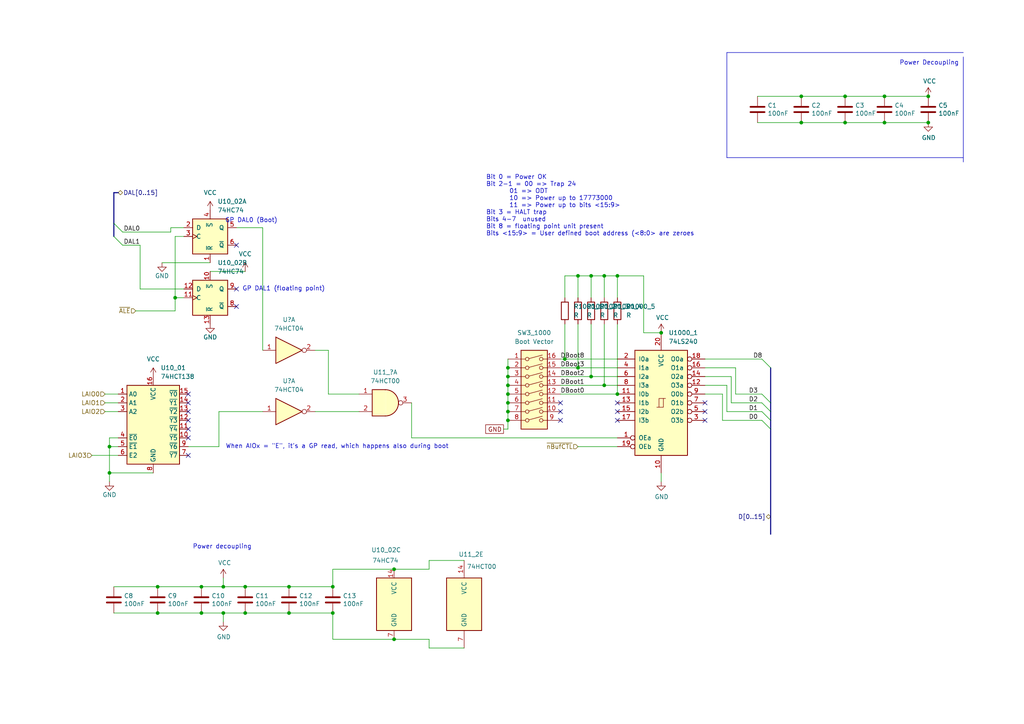
<source format=kicad_sch>
(kicad_sch (version 20250114) (generator "eeschema") (generator_version "9.0")
  (paper "A4")
  (lib_symbols
    (symbol "74xx:7400" (pin_names (offset 1.016))
      (property "Reference" "U" (at 0 1.27 0))
      (property "Value" "7400" (at 0 -1.27 0))
      (symbol "7400_1_1"
        (arc (start 0 3.81) (mid 3.7934 0) (end 0 -3.81) (stroke (width 0.254)) (fill (type background)))
        (polyline (pts (xy 0 3.81) (xy -3.81 3.81) (xy -3.81 -3.81) (xy 0 -3.81)) (stroke (width 0.254)) (fill (type background)))
        (pin input line (at -7.62 2.54 0) (length 3.81) (name "~") (number "1"))
        (pin input line (at -7.62 -2.54 0) (length 3.81) (name "~") (number "2"))
        (pin output inverted (at 7.62 0 180) (length 3.81) (name "~") (number "3"))
      )
      (symbol "7400_1_2"
        (arc (start -3.81 3.81) (mid -2.589 0) (end -3.81 -3.81) (stroke (width 0.254)))
        (polyline (pts (xy -3.81 3.81) (xy -0.635 3.81)) (stroke (width 0.254)) (fill (type background)))
        (polyline (pts (xy -3.81 -3.81) (xy -0.635 -3.81)) (stroke (width 0.254)) (fill (type background)))
        (arc (start 3.81 0) (mid 2.1855 -2.584) (end -0.6096 -3.81) (stroke (width 0.254)) (fill (type background)))
        (arc (start -0.6096 3.81) (mid 2.1928 2.5924) (end 3.81 0) (stroke (width 0.254)) (fill (type background)))
        (polyline (pts (xy -0.635 3.81) (xy -3.81 3.81) (xy -3.81 3.81) (xy -3.556 3.4036) (xy -3.0226 2.2606) (xy -2.6924 1.0414) (xy -2.6162 -0.254) (xy -2.7686 -1.4986) (xy -3.175 -2.7178) (xy -3.81 -3.81) (xy -3.81 -3.81) (xy -0.635 -3.81)) (stroke (width -25.4)) (fill (type background)))
        (pin input inverted (at -7.62 2.54 0) (length 4.318) (name "~") (number "1"))
        (pin input inverted (at -7.62 -2.54 0) (length 4.318) (name "~") (number "2"))
        (pin output line (at 7.62 0 180) (length 3.81) (name "~") (number "3"))
      )
      (symbol "7400_2_1"
        (arc (start 0 3.81) (mid 3.7934 0) (end 0 -3.81) (stroke (width 0.254)) (fill (type background)))
        (polyline (pts (xy 0 3.81) (xy -3.81 3.81) (xy -3.81 -3.81) (xy 0 -3.81)) (stroke (width 0.254)) (fill (type background)))
        (pin input line (at -7.62 2.54 0) (length 3.81) (name "~") (number "4"))
        (pin input line (at -7.62 -2.54 0) (length 3.81) (name "~") (number "5"))
        (pin output inverted (at 7.62 0 180) (length 3.81) (name "~") (number "6"))
      )
      (symbol "7400_2_2"
        (arc (start -3.81 3.81) (mid -2.589 0) (end -3.81 -3.81) (stroke (width 0.254)))
        (polyline (pts (xy -3.81 3.81) (xy -0.635 3.81)) (stroke (width 0.254)) (fill (type background)))
        (polyline (pts (xy -3.81 -3.81) (xy -0.635 -3.81)) (stroke (width 0.254)) (fill (type background)))
        (arc (start 3.81 0) (mid 2.1855 -2.584) (end -0.6096 -3.81) (stroke (width 0.254)) (fill (type background)))
        (arc (start -0.6096 3.81) (mid 2.1928 2.5924) (end 3.81 0) (stroke (width 0.254)) (fill (type background)))
        (polyline (pts (xy -0.635 3.81) (xy -3.81 3.81) (xy -3.81 3.81) (xy -3.556 3.4036) (xy -3.0226 2.2606) (xy -2.6924 1.0414) (xy -2.6162 -0.254) (xy -2.7686 -1.4986) (xy -3.175 -2.7178) (xy -3.81 -3.81) (xy -3.81 -3.81) (xy -0.635 -3.81)) (stroke (width -25.4)) (fill (type background)))
        (pin input inverted (at -7.62 2.54 0) (length 4.318) (name "~") (number "4"))
        (pin input inverted (at -7.62 -2.54 0) (length 4.318) (name "~") (number "5"))
        (pin output line (at 7.62 0 180) (length 3.81) (name "~") (number "6"))
      )
      (symbol "7400_3_1"
        (arc (start 0 3.81) (mid 3.7934 0) (end 0 -3.81) (stroke (width 0.254)) (fill (type background)))
        (polyline (pts (xy 0 3.81) (xy -3.81 3.81) (xy -3.81 -3.81) (xy 0 -3.81)) (stroke (width 0.254)) (fill (type background)))
        (pin input line (at -7.62 2.54 0) (length 3.81) (name "~") (number "9"))
        (pin input line (at -7.62 -2.54 0) (length 3.81) (name "~") (number "10"))
        (pin output inverted (at 7.62 0 180) (length 3.81) (name "~") (number "8"))
      )
      (symbol "7400_3_2"
        (arc (start -3.81 3.81) (mid -2.589 0) (end -3.81 -3.81) (stroke (width 0.254)))
        (polyline (pts (xy -3.81 3.81) (xy -0.635 3.81)) (stroke (width 0.254)) (fill (type background)))
        (polyline (pts (xy -3.81 -3.81) (xy -0.635 -3.81)) (stroke (width 0.254)) (fill (type background)))
        (arc (start 3.81 0) (mid 2.1855 -2.584) (end -0.6096 -3.81) (stroke (width 0.254)) (fill (type background)))
        (arc (start -0.6096 3.81) (mid 2.1928 2.5924) (end 3.81 0) (stroke (width 0.254)) (fill (type background)))
        (polyline (pts (xy -0.635 3.81) (xy -3.81 3.81) (xy -3.81 3.81) (xy -3.556 3.4036) (xy -3.0226 2.2606) (xy -2.6924 1.0414) (xy -2.6162 -0.254) (xy -2.7686 -1.4986) (xy -3.175 -2.7178) (xy -3.81 -3.81) (xy -3.81 -3.81) (xy -0.635 -3.81)) (stroke (width -25.4)) (fill (type background)))
        (pin input inverted (at -7.62 2.54 0) (length 4.318) (name "~") (number "9"))
        (pin input inverted (at -7.62 -2.54 0) (length 4.318) (name "~") (number "10"))
        (pin output line (at 7.62 0 180) (length 3.81) (name "~") (number "8"))
      )
      (symbol "7400_4_1"
        (arc (start 0 3.81) (mid 3.7934 0) (end 0 -3.81) (stroke (width 0.254)) (fill (type background)))
        (polyline (pts (xy 0 3.81) (xy -3.81 3.81) (xy -3.81 -3.81) (xy 0 -3.81)) (stroke (width 0.254)) (fill (type background)))
        (pin input line (at -7.62 2.54 0) (length 3.81) (name "~") (number "12"))
        (pin input line (at -7.62 -2.54 0) (length 3.81) (name "~") (number "13"))
        (pin output inverted (at 7.62 0 180) (length 3.81) (name "~") (number "11"))
      )
      (symbol "7400_4_2"
        (arc (start -3.81 3.81) (mid -2.589 0) (end -3.81 -3.81) (stroke (width 0.254)))
        (polyline (pts (xy -3.81 3.81) (xy -0.635 3.81)) (stroke (width 0.254)) (fill (type background)))
        (polyline (pts (xy -3.81 -3.81) (xy -0.635 -3.81)) (stroke (width 0.254)) (fill (type background)))
        (arc (start 3.81 0) (mid 2.1855 -2.584) (end -0.6096 -3.81) (stroke (width 0.254)) (fill (type background)))
        (arc (start -0.6096 3.81) (mid 2.1928 2.5924) (end 3.81 0) (stroke (width 0.254)) (fill (type background)))
        (polyline (pts (xy -0.635 3.81) (xy -3.81 3.81) (xy -3.81 3.81) (xy -3.556 3.4036) (xy -3.0226 2.2606) (xy -2.6924 1.0414) (xy -2.6162 -0.254) (xy -2.7686 -1.4986) (xy -3.175 -2.7178) (xy -3.81 -3.81) (xy -3.81 -3.81) (xy -0.635 -3.81)) (stroke (width -25.4)) (fill (type background)))
        (pin input inverted (at -7.62 2.54 0) (length 4.318) (name "~") (number "12"))
        (pin input inverted (at -7.62 -2.54 0) (length 4.318) (name "~") (number "13"))
        (pin output line (at 7.62 0 180) (length 3.81) (name "~") (number "11"))
      )
      (symbol "7400_5_0"
        (pin power_in line (at 0 12.7 270) (length 5.08) (name "VCC") (number "14"))
        (pin power_in line (at 0 -12.7 90) (length 5.08) (name "GND") (number "7"))
      )
      (symbol "7400_5_1"
        (rectangle (start -5.08 7.62) (end 5.08 -7.62) (stroke (width 0.254)) (fill (type background)))
      )
    )
    (symbol "74xx:74HC74" (pin_names (offset 1.016))
      (property "Reference" "U" (at -7.62 8.89 0))
      (property "Value" "74HC74" (at -7.62 -8.89 0))
      (symbol "74HC74_1_0"
        (pin input line (at -7.62 2.54 0) (length 2.54) (name "D") (number "2"))
        (pin input clock (at -7.62 0 0) (length 2.54) (name "C") (number "3"))
        (pin input line (at 0 7.62 270) (length 2.54) (name "~{S}") (number "4"))
        (pin input line (at 0 -7.62 90) (length 2.54) (name "~{R}") (number "1"))
        (pin output line (at 7.62 2.54 180) (length 2.54) (name "Q") (number "5"))
        (pin output line (at 7.62 -2.54 180) (length 2.54) (name "~{Q}") (number "6"))
      )
      (symbol "74HC74_1_1"
        (rectangle (start -5.08 5.08) (end 5.08 -5.08) (stroke (width 0.254)) (fill (type background)))
      )
      (symbol "74HC74_2_0"
        (pin input line (at -7.62 2.54 0) (length 2.54) (name "D") (number "12"))
        (pin input clock (at -7.62 0 0) (length 2.54) (name "C") (number "11"))
        (pin input line (at 0 7.62 270) (length 2.54) (name "~{S}") (number "10"))
        (pin input line (at 0 -7.62 90) (length 2.54) (name "~{R}") (number "13"))
        (pin output line (at 7.62 2.54 180) (length 2.54) (name "Q") (number "9"))
        (pin output line (at 7.62 -2.54 180) (length 2.54) (name "~{Q}") (number "8"))
      )
      (symbol "74HC74_2_1"
        (rectangle (start -5.08 5.08) (end 5.08 -5.08) (stroke (width 0.254)) (fill (type background)))
      )
      (symbol "74HC74_3_0"
        (pin power_in line (at 0 10.16 270) (length 2.54) (name "VCC") (number "14"))
        (pin power_in line (at 0 -10.16 90) (length 2.54) (name "GND") (number "7"))
      )
      (symbol "74HC74_3_1"
        (rectangle (start -5.08 7.62) (end 5.08 -7.62) (stroke (width 0.254)) (fill (type background)))
      )
    )
    (symbol "74xx:74HCT04"
      (property "Reference" "U" (at 0 1.27 0))
      (property "Value" "74HCT04" (at 0 -1.27 0))
      (symbol "74HCT04_1_0"
        (polyline (pts (xy -3.81 3.81) (xy -3.81 -3.81) (xy 3.81 0) (xy -3.81 3.81)) (stroke (width 0.254)) (fill (type background)))
        (pin input line (at -7.62 0 0) (length 3.81) (name "~") (number "1"))
        (pin output inverted (at 7.62 0 180) (length 3.81) (name "~") (number "2"))
      )
      (symbol "74HCT04_2_0"
        (polyline (pts (xy -3.81 3.81) (xy -3.81 -3.81) (xy 3.81 0) (xy -3.81 3.81)) (stroke (width 0.254)) (fill (type background)))
        (pin input line (at -7.62 0 0) (length 3.81) (name "~") (number "3"))
        (pin output inverted (at 7.62 0 180) (length 3.81) (name "~") (number "4"))
      )
      (symbol "74HCT04_3_0"
        (polyline (pts (xy -3.81 3.81) (xy -3.81 -3.81) (xy 3.81 0) (xy -3.81 3.81)) (stroke (width 0.254)) (fill (type background)))
        (pin input line (at -7.62 0 0) (length 3.81) (name "~") (number "5"))
        (pin output inverted (at 7.62 0 180) (length 3.81) (name "~") (number "6"))
      )
      (symbol "74HCT04_4_0"
        (polyline (pts (xy -3.81 3.81) (xy -3.81 -3.81) (xy 3.81 0) (xy -3.81 3.81)) (stroke (width 0.254)) (fill (type background)))
        (pin input line (at -7.62 0 0) (length 3.81) (name "~") (number "9"))
        (pin output inverted (at 7.62 0 180) (length 3.81) (name "~") (number "8"))
      )
      (symbol "74HCT04_5_0"
        (polyline (pts (xy -3.81 3.81) (xy -3.81 -3.81) (xy 3.81 0) (xy -3.81 3.81)) (stroke (width 0.254)) (fill (type background)))
        (pin input line (at -7.62 0 0) (length 3.81) (name "~") (number "11"))
        (pin output inverted (at 7.62 0 180) (length 3.81) (name "~") (number "10"))
      )
      (symbol "74HCT04_6_0"
        (polyline (pts (xy -3.81 3.81) (xy -3.81 -3.81) (xy 3.81 0) (xy -3.81 3.81)) (stroke (width 0.254)) (fill (type background)))
        (pin input line (at -7.62 0 0) (length 3.81) (name "~") (number "13"))
        (pin output inverted (at 7.62 0 180) (length 3.81) (name "~") (number "12"))
      )
      (symbol "74HCT04_7_0"
        (pin power_in line (at 0 12.7 270) (length 5.08) (name "VCC") (number "14"))
        (pin power_in line (at 0 -12.7 90) (length 5.08) (name "GND") (number "7"))
      )
      (symbol "74HCT04_7_1"
        (rectangle (start -5.08 7.62) (end 5.08 -7.62) (stroke (width 0.254)) (fill (type background)))
      )
    )
    (symbol "74xx:74HCT138"
      (property "Reference" "U" (at -7.62 13.97 0))
      (property "Value" "74HCT138" (at 2.54 -11.43 0))
      (symbol "74HCT138_0_1"
        (rectangle (start -7.62 12.7) (end 7.62 -10.16) (stroke (width 0.254)) (fill (type background)))
      )
      (symbol "74HCT138_1_1"
        (pin input line (at -10.16 10.16 0) (length 2.54) (name "A0") (number "1"))
        (pin input line (at -10.16 7.62 0) (length 2.54) (name "A1") (number "2"))
        (pin input line (at -10.16 5.08 0) (length 2.54) (name "A2") (number "3"))
        (pin input line (at -10.16 -2.54 0) (length 2.54) (name "~{E0}") (number "4"))
        (pin input line (at -10.16 -5.08 0) (length 2.54) (name "~{E1}") (number "5"))
        (pin input line (at -10.16 -7.62 0) (length 2.54) (name "E2") (number "6"))
        (pin power_in line (at 0 15.24 270) (length 2.54) (name "VCC") (number "16"))
        (pin power_in line (at 0 -12.7 90) (length 2.54) (name "GND") (number "8"))
        (pin output line (at 10.16 10.16 180) (length 2.54) (name "~{Y0}") (number "15"))
        (pin output line (at 10.16 7.62 180) (length 2.54) (name "~{Y1}") (number "14"))
        (pin output line (at 10.16 5.08 180) (length 2.54) (name "~{Y2}") (number "13"))
        (pin output line (at 10.16 2.54 180) (length 2.54) (name "~{Y3}") (number "12"))
        (pin output line (at 10.16 0 180) (length 2.54) (name "~{Y4}") (number "11"))
        (pin output line (at 10.16 -2.54 180) (length 2.54) (name "~{Y5}") (number "10"))
        (pin output line (at 10.16 -5.08 180) (length 2.54) (name "~{Y6}") (number "9"))
        (pin output line (at 10.16 -7.62 180) (length 2.54) (name "~{Y7}") (number "7"))
      )
    )
    (symbol "74xx:74LS240" (pin_names (offset 1.016))
      (property "Reference" "U" (at -7.62 16.51 0))
      (property "Value" "74LS240" (at -7.62 -16.51 0))
      (symbol "74LS240_1_0"
        (polyline (pts (xy -1.27 -1.27) (xy 0.635 -1.27) (xy 0.635 1.27) (xy 1.27 1.27)))
        (polyline (pts (xy -0.635 -1.27) (xy -0.635 1.27) (xy 0.635 1.27)))
        (pin input line (at -12.7 12.7 0) (length 5.08) (name "I0a") (number "2"))
        (pin input line (at -12.7 10.16 0) (length 5.08) (name "I1a") (number "4"))
        (pin input line (at -12.7 7.62 0) (length 5.08) (name "I2a") (number "6"))
        (pin input line (at -12.7 5.08 0) (length 5.08) (name "I3a") (number "8"))
        (pin input line (at -12.7 2.54 0) (length 5.08) (name "I0b") (number "11"))
        (pin input line (at -12.7 0 0) (length 5.08) (name "I1b") (number "13"))
        (pin input line (at -12.7 -2.54 0) (length 5.08) (name "I2b") (number "15"))
        (pin input line (at -12.7 -5.08 0) (length 5.08) (name "I3b") (number "17"))
        (pin input inverted (at -12.7 -10.16 0) (length 5.08) (name "OEa") (number "1"))
        (pin input inverted (at -12.7 -12.7 0) (length 5.08) (name "OEb") (number "19"))
        (pin power_in line (at 0 20.32 270) (length 5.08) (name "VCC") (number "20"))
        (pin power_in line (at 0 -20.32 90) (length 5.08) (name "GND") (number "10"))
        (pin tri_state inverted (at 12.7 12.7 180) (length 5.08) (name "O0a") (number "18"))
        (pin tri_state inverted (at 12.7 10.16 180) (length 5.08) (name "O1a") (number "16"))
        (pin tri_state inverted (at 12.7 7.62 180) (length 5.08) (name "O2a") (number "14"))
        (pin tri_state inverted (at 12.7 5.08 180) (length 5.08) (name "O3a") (number "12"))
        (pin tri_state inverted (at 12.7 2.54 180) (length 5.08) (name "O0b") (number "9"))
        (pin tri_state inverted (at 12.7 0 180) (length 5.08) (name "O1b") (number "7"))
        (pin tri_state inverted (at 12.7 -2.54 180) (length 5.08) (name "O2b") (number "5"))
        (pin tri_state inverted (at 12.7 -5.08 180) (length 5.08) (name "O3b") (number "3"))
      )
      (symbol "74LS240_1_1"
        (rectangle (start -7.62 15.24) (end 7.62 -15.24) (stroke (width 0.254)) (fill (type background)))
      )
    )
    (symbol "Device:C" (pin_numbers (hide yes)) (pin_names (offset 0.254))
      (property "Reference" "C" (at 0.635 2.54 0))
      (property "Value" "C" (at 0.635 -2.54 0))
      (symbol "C_0_1"
        (polyline (pts (xy -2.032 0.762) (xy 2.032 0.762)) (stroke (width 0.508)))
        (polyline (pts (xy -2.032 -0.762) (xy 2.032 -0.762)) (stroke (width 0.508)))
      )
      (symbol "C_1_1"
        (pin passive line (at 0 3.81 270) (length 2.794) (name "~") (number "1"))
        (pin passive line (at 0 -3.81 90) (length 2.794) (name "~") (number "2"))
      )
    )
    (symbol "Device:R" (pin_numbers (hide yes)) (pin_names (offset 0))
      (property "Reference" "R" (at 2.032 0 90))
      (property "Value" "R" (at 0 0 90))
      (symbol "R_0_1"
        (rectangle (start -1.016 -2.54) (end 1.016 2.54) (stroke (width 0.254)))
      )
      (symbol "R_1_1"
        (pin passive line (at 0 3.81 270) (length 1.27) (name "~") (number "1"))
        (pin passive line (at 0 -3.81 90) (length 1.27) (name "~") (number "2"))
      )
    )
    (symbol "Switch:SW_DIP_x08" (pin_names (offset 0) (hide yes))
      (property "Reference" "SW" (at 0 13.97 0))
      (property "Value" "SW_DIP_x08" (at 0 -11.43 0))
      (symbol "SW_DIP_x08_0_0"
        (circle (center -2.032 10.16) (radius 0.508))
        (circle (center -2.032 7.62) (radius 0.508))
        (circle (center -2.032 5.08) (radius 0.508))
        (circle (center -2.032 2.54) (radius 0.508))
        (circle (center -2.032 0) (radius 0.508))
        (circle (center -2.032 -2.54) (radius 0.508))
        (circle (center -2.032 -5.08) (radius 0.508))
        (circle (center -2.032 -7.62) (radius 0.508))
        (polyline (pts (xy -1.524 10.287) (xy 2.3622 11.3284)))
        (polyline (pts (xy -1.524 7.747) (xy 2.3622 8.7884)))
        (polyline (pts (xy -1.524 5.207) (xy 2.3622 6.2484)))
        (polyline (pts (xy -1.524 2.667) (xy 2.3622 3.7084)))
        (polyline (pts (xy -1.524 0.127) (xy 2.3622 1.1684)))
        (polyline (pts (xy -1.524 -2.3876) (xy 2.3622 -1.3462)))
        (polyline (pts (xy -1.524 -4.9276) (xy 2.3622 -3.8862)))
        (polyline (pts (xy -1.524 -7.4676) (xy 2.3622 -6.4262)))
        (circle (center 2.032 10.16) (radius 0.508))
        (circle (center 2.032 7.62) (radius 0.508))
        (circle (center 2.032 5.08) (radius 0.508))
        (circle (center 2.032 2.54) (radius 0.508))
        (circle (center 2.032 0) (radius 0.508))
        (circle (center 2.032 -2.54) (radius 0.508))
        (circle (center 2.032 -5.08) (radius 0.508))
        (circle (center 2.032 -7.62) (radius 0.508))
      )
      (symbol "SW_DIP_x08_0_1"
        (rectangle (start -3.81 12.7) (end 3.81 -10.16) (stroke (width 0.254)) (fill (type background)))
      )
      (symbol "SW_DIP_x08_1_1"
        (pin passive line (at -7.62 10.16 0) (length 5.08) (name "~") (number "1"))
        (pin passive line (at -7.62 7.62 0) (length 5.08) (name "~") (number "2"))
        (pin passive line (at -7.62 5.08 0) (length 5.08) (name "~") (number "3"))
        (pin passive line (at -7.62 2.54 0) (length 5.08) (name "~") (number "4"))
        (pin passive line (at -7.62 0 0) (length 5.08) (name "~") (number "5"))
        (pin passive line (at -7.62 -2.54 0) (length 5.08) (name "~") (number "6"))
        (pin passive line (at -7.62 -5.08 0) (length 5.08) (name "~") (number "7"))
        (pin passive line (at -7.62 -7.62 0) (length 5.08) (name "~") (number "8"))
        (pin passive line (at 7.62 10.16 180) (length 5.08) (name "~") (number "16"))
        (pin passive line (at 7.62 7.62 180) (length 5.08) (name "~") (number "15"))
        (pin passive line (at 7.62 5.08 180) (length 5.08) (name "~") (number "14"))
        (pin passive line (at 7.62 2.54 180) (length 5.08) (name "~") (number "13"))
        (pin passive line (at 7.62 0 180) (length 5.08) (name "~") (number "12"))
        (pin passive line (at 7.62 -2.54 180) (length 5.08) (name "~") (number "11"))
        (pin passive line (at 7.62 -5.08 180) (length 5.08) (name "~") (number "10"))
        (pin passive line (at 7.62 -7.62 180) (length 5.08) (name "~") (number "9"))
      )
    )
    (symbol "power:GND" (power) (pin_names (offset 0))
      (property "Value" "GND" (at 0 -3.81 0))
      (symbol "GND_0_1"
        (polyline (pts (xy 0 0) (xy 0 -1.27) (xy 1.27 -1.27) (xy 0 -2.54) (xy -1.27 -1.27) (xy 0 -1.27)))
      )
      (symbol "GND_1_1"
        (pin power_in line (at 0 0 270) (length 0) (hide yes) (name "GND") (number "1"))
      )
    )
    (symbol "power:VCC" (power) (pin_numbers (hide yes)) (pin_names (offset 0) (hide yes))
      (property "Value" "VCC" (at 0 3.556 0))
      (symbol "VCC_0_1"
        (polyline (pts (xy -0.762 1.27) (xy 0 2.54)))
        (polyline (pts (xy 0 2.54) (xy 0.762 1.27)))
        (polyline (pts (xy 0 0) (xy 0 2.54)))
      )
      (symbol "VCC_1_1"
        (pin power_in line (at 0 0 90) (length 0) (name "~") (number "1"))
      )
    )
  )
  (text "When AIOx = \"E\", it's a GP read, which happens also during boot" (at 97.79 129.54 0) (effects (font (size 1.27 1.27))))
  (text "GP DAL1 (floating point)\n" (at 82.296 83.82 0) (effects (font (size 1.27 1.27))))
  (text "Power Decoupling" (at 278.13 19.05 0) (effects (font (size 1.27 1.27)) (justify right bottom)))
  (text "GP DAL0 (Boot)" (at 72.898 64.008 0) (effects (font (size 1.27 1.27))))
  (text "Power decoupling" (at 55.88 159.385 0) (effects (font (size 1.27 1.27)) (justify left bottom)))
  (text "Bit 0 = Power OK\nBit 2-1 = 00 => Trap 24\n	  01 => ODT\n	  10 => Power up to 17773000\n	  11 => Power up to bits <15:9>\nBit 3 = HALT trap\nBits 4-7  unused\nBit 8 = floating point unit present\nBits <15:9> = User defined boot address (<8:0> are zeroes" (at 140.97 68.58 0) (effects (font (size 1.27 1.27)) (justify left bottom)))
  (junction (at 179.07 114.3))
  (junction (at 171.45 109.22))
  (junction (at 171.45 80.01))
  (junction (at 71.12 177.8))
  (junction (at 147.32 114.3))
  (junction (at 232.41 27.94))
  (junction (at 114.3 185.42))
  (junction (at 96.52 177.8))
  (junction (at 83.82 177.8))
  (junction (at 114.3 165.1))
  (junction (at 45.72 177.8))
  (junction (at 167.64 80.01))
  (junction (at 175.26 80.01))
  (junction (at 64.77 177.8))
  (junction (at 64.77 170.18))
  (junction (at 147.32 119.38))
  (junction (at 245.11 27.94))
  (junction (at 31.75 137.16))
  (junction (at 167.64 106.68))
  (junction (at 147.32 109.22))
  (junction (at 269.24 35.56))
  (junction (at 147.32 121.92))
  (junction (at 147.32 116.84))
  (junction (at 191.77 96.52))
  (junction (at 71.12 170.18))
  (junction (at 96.52 170.18))
  (junction (at 147.32 106.68))
  (junction (at 256.54 35.56))
  (junction (at 232.41 35.56))
  (junction (at 147.32 111.76))
  (junction (at 31.75 129.54))
  (junction (at 58.42 170.18))
  (junction (at 163.83 104.14))
  (junction (at 256.54 27.94))
  (junction (at 45.72 170.18))
  (junction (at 245.11 35.56))
  (junction (at 269.24 27.94))
  (junction (at 58.42 177.8))
  (junction (at 175.26 111.76))
  (junction (at 50.8 86.36))
  (junction (at 83.82 170.18))
  (junction (at 179.07 80.01))
  (no_connect (at 179.07 119.38))
  (no_connect (at 54.61 132.08))
  (no_connect (at 54.61 127))
  (no_connect (at 179.07 121.92))
  (no_connect (at 179.07 116.84))
  (no_connect (at 162.56 116.84))
  (no_connect (at 68.58 88.9))
  (no_connect (at 204.47 121.92))
  (no_connect (at 54.61 124.46))
  (no_connect (at 54.61 119.38))
  (no_connect (at 162.56 119.38))
  (no_connect (at 68.58 71.12))
  (no_connect (at 54.61 114.3))
  (no_connect (at 162.56 121.92))
  (no_connect (at 204.47 116.84))
  (no_connect (at 68.58 83.82))
  (no_connect (at 54.61 121.92))
  (no_connect (at 204.47 119.38))
  (no_connect (at 54.61 116.84))
  (bus_entry (at 220.98 121.92) (size 2.54 2.54))
  (bus_entry (at 33.02 64.77) (size 2.54 2.54))
  (bus_entry (at 223.52 121.92) (size -2.54 -2.54))
  (bus_entry (at 223.52 119.38) (size -2.54 -2.54))
  (bus_entry (at 223.52 106.68) (size -2.54 -2.54))
  (bus_entry (at 223.52 116.84) (size -2.54 -2.54))
  (bus_entry (at 35.56 71.12) (size -2.54 -2.54))
  (wire (pts (xy 49.53 66.04) (xy 53.34 66.04)))
  (wire (pts (xy 83.82 170.18) (xy 96.52 170.18)))
  (bus (pts (xy 33.02 64.77) (xy 33.02 55.88)))
  (polyline (pts (xy 210.82 45.72) (xy 279.4 45.72)))
  (wire (pts (xy 119.38 127) (xy 119.38 116.84)))
  (wire (pts (xy 63.5 129.54) (xy 54.61 129.54)))
  (wire (pts (xy 147.32 109.22) (xy 147.32 111.76)))
  (wire (pts (xy 31.75 137.16) (xy 44.45 137.16)))
  (wire (pts (xy 147.32 119.38) (xy 147.32 121.92)))
  (wire (pts (xy 171.45 109.22) (xy 179.07 109.22)))
  (wire (pts (xy 71.12 177.8) (xy 64.77 177.8)))
  (bus (pts (xy 223.52 106.68) (xy 223.52 116.84)))
  (wire (pts (xy 213.36 114.3) (xy 220.98 114.3)))
  (wire (pts (xy 31.75 127) (xy 31.75 129.54)))
  (wire (pts (xy 114.3 165.1) (xy 124.46 165.1)))
  (wire (pts (xy 167.64 93.98) (xy 167.64 106.68)))
  (wire (pts (xy 91.44 119.38) (xy 104.14 119.38)))
  (wire (pts (xy 256.54 35.56) (xy 269.24 35.56)))
  (wire (pts (xy 245.11 27.94) (xy 232.41 27.94)))
  (bus (pts (xy 33.02 68.58) (xy 33.02 64.77)))
  (wire (pts (xy 213.36 106.68) (xy 213.36 114.3)))
  (wire (pts (xy 33.02 170.18) (xy 45.72 170.18)))
  (wire (pts (xy 162.56 109.22) (xy 171.45 109.22)))
  (wire (pts (xy 53.34 68.58) (xy 50.8 68.58)))
  (polyline (pts (xy 210.82 15.24) (xy 210.82 45.72)))
  (wire (pts (xy 147.32 114.3) (xy 147.32 116.84)))
  (wire (pts (xy 245.11 35.56) (xy 256.54 35.56)))
  (wire (pts (xy 83.82 177.8) (xy 71.12 177.8)))
  (wire (pts (xy 191.77 96.52) (xy 186.69 96.52)))
  (wire (pts (xy 31.75 137.16) (xy 31.75 139.7)))
  (wire (pts (xy 204.47 111.76) (xy 210.82 111.76)))
  (wire (pts (xy 124.46 185.42) (xy 124.46 187.96)))
  (wire (pts (xy 175.26 86.36) (xy 175.26 80.01)))
  (wire (pts (xy 171.45 80.01) (xy 171.45 86.36)))
  (polyline (pts (xy 279.4 16.51) (xy 279.4 46.99)))
  (wire (pts (xy 63.5 119.38) (xy 76.2 119.38)))
  (wire (pts (xy 114.3 165.1) (xy 96.52 165.1)))
  (wire (pts (xy 167.64 106.68) (xy 179.07 106.68)))
  (wire (pts (xy 204.47 114.3) (xy 209.55 114.3)))
  (bus (pts (xy 34.29 55.88) (xy 33.02 55.88)))
  (wire (pts (xy 219.71 35.56) (xy 232.41 35.56)))
  (wire (pts (xy 26.67 132.08) (xy 34.29 132.08)))
  (wire (pts (xy 124.46 187.96) (xy 134.62 187.96)))
  (wire (pts (xy 71.12 170.18) (xy 83.82 170.18)))
  (wire (pts (xy 147.32 106.68) (xy 147.32 109.22)))
  (wire (pts (xy 232.41 35.56) (xy 245.11 35.56)))
  (wire (pts (xy 96.52 165.1) (xy 96.52 170.18)))
  (wire (pts (xy 171.45 80.01) (xy 167.64 80.01)))
  (wire (pts (xy 91.44 101.6) (xy 95.25 101.6)))
  (wire (pts (xy 35.56 67.31) (xy 49.53 67.31)))
  (wire (pts (xy 162.56 114.3) (xy 179.07 114.3)))
  (wire (pts (xy 162.56 106.68) (xy 167.64 106.68)))
  (wire (pts (xy 124.46 162.56) (xy 134.62 162.56)))
  (wire (pts (xy 179.07 80.01) (xy 179.07 86.36)))
  (wire (pts (xy 39.37 90.17) (xy 50.8 90.17)))
  (wire (pts (xy 163.83 93.98) (xy 163.83 104.14)))
  (wire (pts (xy 50.8 86.36) (xy 53.34 86.36)))
  (wire (pts (xy 163.83 80.01) (xy 163.83 86.36)))
  (wire (pts (xy 96.52 185.42) (xy 96.52 177.8)))
  (wire (pts (xy 186.69 96.52) (xy 186.69 80.01)))
  (wire (pts (xy 167.64 80.01) (xy 163.83 80.01)))
  (bus (pts (xy 223.52 121.92) (xy 223.52 124.46)))
  (wire (pts (xy 31.75 129.54) (xy 34.29 129.54)))
  (wire (pts (xy 114.3 185.42) (xy 124.46 185.42)))
  (wire (pts (xy 31.75 129.54) (xy 31.75 137.16)))
  (wire (pts (xy 147.32 124.46) (xy 147.32 121.92)))
  (wire (pts (xy 175.26 93.98) (xy 175.26 111.76)))
  (wire (pts (xy 204.47 109.22) (xy 212.09 109.22)))
  (wire (pts (xy 45.72 170.18) (xy 58.42 170.18)))
  (wire (pts (xy 64.77 167.64) (xy 64.77 170.18)))
  (wire (pts (xy 167.64 80.01) (xy 167.64 86.36)))
  (wire (pts (xy 50.8 68.58) (xy 50.8 86.36)))
  (wire (pts (xy 212.09 109.22) (xy 212.09 116.84)))
  (wire (pts (xy 163.83 104.14) (xy 179.07 104.14)))
  (wire (pts (xy 179.07 93.98) (xy 179.07 114.3)))
  (wire (pts (xy 179.07 129.54) (xy 167.64 129.54)))
  (wire (pts (xy 64.77 180.34) (xy 64.77 177.8)))
  (wire (pts (xy 40.64 83.82) (xy 53.34 83.82)))
  (wire (pts (xy 58.42 170.18) (xy 64.77 170.18)))
  (wire (pts (xy 256.54 27.94) (xy 245.11 27.94)))
  (wire (pts (xy 68.58 66.04) (xy 76.2 66.04)))
  (wire (pts (xy 124.46 165.1) (xy 124.46 162.56)))
  (wire (pts (xy 95.25 114.3) (xy 104.14 114.3)))
  (wire (pts (xy 96.52 177.8) (xy 83.82 177.8)))
  (wire (pts (xy 147.32 104.14) (xy 147.32 106.68)))
  (wire (pts (xy 269.24 27.94) (xy 256.54 27.94)))
  (wire (pts (xy 50.8 90.17) (xy 50.8 86.36)))
  (wire (pts (xy 209.55 121.92) (xy 220.98 121.92)))
  (wire (pts (xy 60.96 78.74) (xy 71.12 78.74)))
  (wire (pts (xy 35.56 71.12) (xy 40.64 71.12)))
  (wire (pts (xy 171.45 80.01) (xy 175.26 80.01)))
  (wire (pts (xy 64.77 177.8) (xy 58.42 177.8)))
  (wire (pts (xy 232.41 27.94) (xy 219.71 27.94)))
  (wire (pts (xy 58.42 177.8) (xy 45.72 177.8)))
  (wire (pts (xy 204.47 104.14) (xy 220.98 104.14)))
  (wire (pts (xy 30.48 116.84) (xy 34.29 116.84)))
  (wire (pts (xy 147.32 111.76) (xy 147.32 114.3)))
  (wire (pts (xy 40.64 71.12) (xy 40.64 83.82)))
  (wire (pts (xy 46.99 76.2) (xy 60.96 76.2)))
  (wire (pts (xy 30.48 119.38) (xy 34.29 119.38)))
  (wire (pts (xy 95.25 101.6) (xy 95.25 114.3)))
  (wire (pts (xy 49.53 67.31) (xy 49.53 66.04)))
  (wire (pts (xy 147.32 124.46) (xy 146.05 124.46)))
  (wire (pts (xy 191.77 139.7) (xy 191.77 137.16)))
  (bus (pts (xy 223.52 121.92) (xy 223.52 119.38)))
  (wire (pts (xy 31.75 127) (xy 34.29 127)))
  (bus (pts (xy 223.52 119.38) (xy 223.52 116.84)))
  (wire (pts (xy 45.72 177.8) (xy 33.02 177.8)))
  (bus (pts (xy 223.52 124.46) (xy 223.52 154.94)))
  (wire (pts (xy 210.82 111.76) (xy 210.82 119.38)))
  (polyline (pts (xy 279.4 15.24) (xy 210.82 15.24)))
  (wire (pts (xy 171.45 93.98) (xy 171.45 109.22)))
  (wire (pts (xy 63.5 119.38) (xy 63.5 129.54)))
  (wire (pts (xy 179.07 80.01) (xy 186.69 80.01)))
  (wire (pts (xy 210.82 119.38) (xy 220.98 119.38)))
  (wire (pts (xy 179.07 127) (xy 119.38 127)))
  (wire (pts (xy 147.32 116.84) (xy 147.32 119.38)))
  (wire (pts (xy 162.56 111.76) (xy 175.26 111.76)))
  (wire (pts (xy 114.3 185.42) (xy 96.52 185.42)))
  (wire (pts (xy 212.09 116.84) (xy 220.98 116.84)))
  (wire (pts (xy 30.48 114.3) (xy 34.29 114.3)))
  (wire (pts (xy 204.47 106.68) (xy 213.36 106.68)))
  (wire (pts (xy 209.55 114.3) (xy 209.55 121.92)))
  (wire (pts (xy 175.26 111.76) (xy 179.07 111.76)))
  (wire (pts (xy 64.77 170.18) (xy 71.12 170.18)))
  (wire (pts (xy 175.26 80.01) (xy 179.07 80.01)))
  (wire (pts (xy 162.56 104.14) (xy 163.83 104.14)))
  (wire (pts (xy 76.2 66.04) (xy 76.2 101.6)))
  (label "D8" (at 218.44 104.14 0))
  (label "DBoot1" (at 162.56 111.76 0))
  (label "DAL0" (at 40.64 67.31 180))
  (label "DBoot0" (at 162.56 114.3 0))
  (label "D1" (at 217.17 119.38 0))
  (label "D0" (at 217.17 121.92 0))
  (label "DBoot3" (at 162.56 106.68 0))
  (label "DBoot8" (at 162.56 104.14 0))
  (label "D2" (at 217.17 116.84 0))
  (label "DAL1" (at 40.64 71.12 180))
  (label "DBoot2" (at 162.56 109.22 0))
  (label "D3" (at 217.17 114.3 0))
  (global_label "GND" (shape passive) (at 146.05 124.46 180) (property "Intersheetrefs" "${INTERSHEET_REFS}" (effects (hide yes))))
  (hierarchical_label "~{ALE}" (shape input) (at 39.37 90.17 180))
  (hierarchical_label "LAIO3" (shape input) (at 26.67 132.08 180))
  (hierarchical_label "LAIO0" (shape input) (at 30.48 114.3 180))
  (hierarchical_label "LAIO2" (shape input) (at 30.48 119.38 180))
  (hierarchical_label "D[0..15]" (shape bidirectional) (at 223.52 149.86 180))
  (hierarchical_label "DAL[0..15]" (shape bidirectional) (at 34.29 55.88 0))
  (hierarchical_label "~{nBufCTL}" (shape input) (at 167.64 129.54 180))
  (hierarchical_label "LAIO1" (shape input) (at 30.48 116.84 180))
  (symbol (lib_id "power:VCC") (at 64.77 167.64 0) (unit 1)
    (property "Reference" "#PWR010" (effects (hide yes)))
    (property "Value" "VCC" (at 65.151 163.2458 0))
  )
  (symbol (lib_id "power:VCC") (at 269.24 27.94 0) (unit 1)
    (property "Reference" "#PWR02" (effects (hide yes)))
    (property "Value" "VCC" (at 269.621 23.5458 0))
  )
  (symbol (lib_id "power:VCC") (at 71.12 78.74 0) (unit 1)
    (property "Reference" "#PWR05" (effects (hide yes)))
    (property "Value" "VCC" (at 71.12 73.66 0))
    (property "Description" "Power symbol creates a global label with name \"VCC\"" (effects (hide yes)))
  )
  (symbol (lib_id "74xx:74HC74") (at 60.96 86.36 0) (unit 2)
    (property "Reference" "U10_02" (at 63.1033 76.2 0) (effects (justify left)))
    (property "Value" "74HC74" (at 63.1033 78.74 0) (effects (justify left)))
    (property "Datasheet" "74xx/74hc_hct74.pdf" (effects (hide yes)))
    (property "Description" "Dual D Flip-flop, Set & Reset" (effects (hide yes)))
  )
  (symbol (lib_id "Device:C") (at 83.82 173.99 0) (unit 1)
    (property "Reference" "C12" (at 86.741 172.8216 0) (effects (justify left)))
    (property "Value" "100nF" (at 86.741 175.133 0) (effects (justify left)))
    (property "Footprint" "Capacitor_THT:C_Rect_L4.0mm_W2.5mm_P2.50mm" (effects (hide yes)))
  )
  (symbol (lib_id "Device:C") (at 45.72 173.99 0) (unit 1)
    (property "Reference" "C9" (at 48.641 172.8216 0) (effects (justify left)))
    (property "Value" "100nF" (at 48.641 175.133 0) (effects (justify left)))
    (property "Footprint" "Capacitor_THT:C_Rect_L4.0mm_W2.5mm_P2.50mm" (effects (hide yes)))
  )
  (symbol (lib_id "74xx:7400") (at 111.76 116.84 0) (unit 1)
    (property "Reference" "U11_?" (at 111.7517 107.95 0))
    (property "Value" "74HCT00" (at 111.7517 110.49 0))
    (property "Datasheet" "http://www.ti.com/lit/gpn/sn7400" (effects (hide yes)))
  )
  (symbol (lib_id "74xx:74LS240") (at 191.77 116.84 0) (unit 1)
    (property "Reference" "U1000_1" (at 193.9133 96.52 0) (effects (justify left)))
    (property "Value" "74LS240" (at 193.9133 99.06 0) (effects (justify left)))
    (property "Footprint" "Package_SO:SOIC-20W_7.5x12.8mm_P1.27mm" (effects (hide yes)))
    (property "Datasheet" "http://www.ti.com/lit/ds/symlink/sn74ls240.pdf" (effects (hide yes)))
  )
  (symbol (lib_id "Device:C") (at 58.42 173.99 0) (unit 1)
    (property "Reference" "C10" (at 61.341 172.8216 0) (effects (justify left)))
    (property "Value" "100nF" (at 61.341 175.133 0) (effects (justify left)))
    (property "Footprint" "Capacitor_THT:C_Rect_L4.0mm_W2.5mm_P2.50mm" (effects (hide yes)))
  )
  (symbol (lib_id "74xx:74HCT138") (at 44.45 124.46 0) (unit 1)
    (property "Reference" "U10_01" (at 46.5933 106.68 0) (effects (justify left)))
    (property "Value" "74HCT138" (at 46.5933 109.22 0) (effects (justify left)))
    (property "Datasheet" "http://www.ti.com/lit/ds/symlink/cd74hc238.pdf" (effects (hide yes)))
    (property "Description" "3-to-8 line decoder/multiplexer inverting, DIP-16/SOIC-16/SSOP-16" (effects (hide yes)))
  )
  (symbol (lib_id "power:VCC") (at 60.96 60.96 0) (unit 1)
    (property "Reference" "#PWR04" (effects (hide yes)))
    (property "Value" "VCC" (at 60.96 55.88 0))
    (property "Description" "Power symbol creates a global label with name \"VCC\"" (effects (hide yes)))
  )
  (symbol (lib_id "Device:R") (at 179.07 90.17 0) (unit 1)
    (property "Reference" "R1000_5" (at 181.61 88.9 0) (effects (justify left)))
    (property "Value" "R" (at 181.61 91.44 0) (effects (justify left)))
  )
  (symbol (lib_id "power:GND") (at 64.77 180.34 0) (unit 1)
    (property "Reference" "#PWR011" (effects (hide yes)))
    (property "Value" "GND" (at 64.897 184.7342 0))
  )
  (symbol (lib_id "power:GND") (at 31.75 139.7 0) (unit 1)
    (property "Reference" "#PWR?" (effects (hide yes)))
    (property "Value" "GND" (at 31.75 143.51 0))
    (property "Description" "Power symbol creates a global label with name \"GND\" , ground" (effects (hide yes)))
  )
  (symbol (lib_id "Device:C") (at 232.41 31.75 0) (unit 1)
    (property "Reference" "C2" (at 235.331 30.5816 0) (effects (justify left)))
    (property "Value" "100nF" (at 235.331 32.893 0) (effects (justify left)))
    (property "Footprint" "Capacitor_THT:C_Rect_L4.0mm_W2.5mm_P2.50mm" (effects (hide yes)))
  )
  (symbol (lib_id "Device:C") (at 245.11 31.75 0) (unit 1)
    (property "Reference" "C3" (at 248.031 30.5816 0) (effects (justify left)))
    (property "Value" "100nF" (at 248.031 32.893 0) (effects (justify left)))
    (property "Footprint" "Capacitor_THT:C_Rect_L4.0mm_W2.5mm_P2.50mm" (effects (hide yes)))
  )
  (symbol (lib_id "power:GND") (at 60.96 93.98 0) (unit 1)
    (property "Reference" "#PWR06" (effects (hide yes)))
    (property "Value" "GND" (at 60.96 97.79 0))
    (property "Description" "Power symbol creates a global label with name \"GND\" , ground" (effects (hide yes)))
  )
  (symbol (lib_id "power:VCC") (at 44.45 109.22 0) (unit 1)
    (property "Reference" "#PWR?" (effects (hide yes)))
    (property "Value" "VCC" (at 44.45 104.14 0))
    (property "Description" "Power symbol creates a global label with name \"VCC\"" (effects (hide yes)))
  )
  (symbol (lib_id "74xx:7400") (at 134.62 175.26 0) (unit 5)
    (property "Reference" "U11_2" (at 136.652 160.782 0))
    (property "Value" "74HCT00" (at 139.7 164.338 0))
    (property "Datasheet" "http://www.ti.com/lit/gpn/sn7400" (effects (hide yes)))
  )
  (symbol (lib_id "power:GND") (at 191.77 139.7 0) (unit 1)
    (property "Reference" "#PWR01" (effects (hide yes)))
    (property "Value" "GND" (at 191.897 144.0942 0))
  )
  (symbol (lib_id "Device:C") (at 256.54 31.75 0) (unit 1)
    (property "Reference" "C4" (at 259.461 30.5816 0) (effects (justify left)))
    (property "Value" "100nF" (at 259.461 32.893 0) (effects (justify left)))
    (property "Footprint" "Capacitor_THT:C_Rect_L4.0mm_W2.5mm_P2.50mm" (effects (hide yes)))
  )
  (symbol (lib_id "Device:C") (at 96.52 173.99 0) (unit 1)
    (property "Reference" "C13" (at 99.441 172.8216 0) (effects (justify left)))
    (property "Value" "100nF" (at 99.441 175.133 0) (effects (justify left)))
    (property "Footprint" "Capacitor_THT:C_Rect_L4.0mm_W2.5mm_P2.50mm" (effects (hide yes)))
  )
  (symbol (lib_id "power:GND") (at 46.99 76.2 0) (unit 1)
    (property "Reference" "#PWR07" (effects (hide yes)))
    (property "Value" "GND" (at 46.99 80.01 0))
    (property "Description" "Power symbol creates a global label with name \"GND\" , ground" (effects (hide yes)))
  )
  (symbol (lib_id "Device:R") (at 163.83 90.17 0) (unit 1)
    (property "Reference" "R1000_1" (at 166.37 88.9 0) (effects (justify left)))
    (property "Value" "R" (at 166.37 91.44 0) (effects (justify left)))
  )
  (symbol (lib_id "74xx:74HCT04") (at 83.82 119.38 0) (unit 1)
    (property "Reference" "U?" (at 83.82 110.49 0))
    (property "Value" "74HCT04" (at 83.82 113.03 0))
    (property "Datasheet" "https://assets.nexperia.com/documents/data-sheet/74HC_HCT04.pdf" (effects (hide yes)))
    (property "Description" "Hex Inverter" (effects (hide yes)))
  )
  (symbol (lib_id "Device:C") (at 269.24 31.75 0) (unit 1)
    (property "Reference" "C5" (at 272.161 30.5816 0) (effects (justify left)))
    (property "Value" "100nF" (at 272.161 32.893 0) (effects (justify left)))
    (property "Footprint" "Capacitor_THT:C_Rect_L4.0mm_W2.5mm_P2.50mm" (effects (hide yes)))
  )
  (symbol (lib_id "Switch:SW_DIP_x08") (at 154.94 114.3 0) (unit 1)
    (property "Reference" "SW3_1000" (at 154.94 96.52 0))
    (property "Value" "Boot Vector" (at 154.94 99.06 0))
    (property "Footprint" "Button_Switch_THT:SW_DIP_SPSTx08_Piano_10.8x21.88mm_W7.62mm_P2.54mm" (effects (hide yes)))
  )
  (symbol (lib_id "74xx:74HC74") (at 60.96 68.58 0) (unit 1)
    (property "Reference" "U10_02" (at 63.1033 58.42 0) (effects (justify left)))
    (property "Value" "74HC74" (at 63.1033 60.96 0) (effects (justify left)))
    (property "Datasheet" "74xx/74hc_hct74.pdf" (effects (hide yes)))
    (property "Description" "Dual D Flip-flop, Set & Reset" (effects (hide yes)))
  )
  (symbol (lib_id "Device:C") (at 71.12 173.99 0) (unit 1)
    (property "Reference" "C11" (at 74.041 172.8216 0) (effects (justify left)))
    (property "Value" "100nF" (at 74.041 175.133 0) (effects (justify left)))
    (property "Footprint" "Capacitor_THT:C_Rect_L4.0mm_W2.5mm_P2.50mm" (effects (hide yes)))
  )
  (symbol (lib_id "Device:R") (at 167.64 90.17 0) (unit 1)
    (property "Reference" "R1000_2" (at 170.18 88.9 0) (effects (justify left)))
    (property "Value" "R" (at 170.18 91.44 0) (effects (justify left)))
  )
  (symbol (lib_id "Device:R") (at 171.45 90.17 0) (unit 1)
    (property "Reference" "R1000_3" (at 173.99 88.9 0) (effects (justify left)))
    (property "Value" "R" (at 173.99 91.44 0) (effects (justify left)))
  )
  (symbol (lib_id "74xx:74HCT04") (at 83.82 101.6 0) (unit 1)
    (property "Reference" "U?" (at 83.82 92.71 0))
    (property "Value" "74HCT04" (at 83.82 95.25 0))
    (property "Datasheet" "https://assets.nexperia.com/documents/data-sheet/74HC_HCT04.pdf" (effects (hide yes)))
    (property "Description" "Hex Inverter" (effects (hide yes)))
  )
  (symbol (lib_id "74xx:74HC74") (at 114.3 175.26 0) (unit 3)
    (property "Reference" "U10_02" (at 107.696 159.512 0) (effects (justify left)))
    (property "Value" "74HC74" (at 107.95 162.56 0) (effects (justify left)))
    (property "Datasheet" "74xx/74hc_hct74.pdf" (effects (hide yes)))
    (property "Description" "Dual D Flip-flop, Set & Reset" (effects (hide yes)))
  )
  (symbol (lib_id "Device:C") (at 33.02 173.99 0) (unit 1)
    (property "Reference" "C8" (at 35.941 172.8216 0) (effects (justify left)))
    (property "Value" "100nF" (at 35.941 175.133 0) (effects (justify left)))
    (property "Footprint" "Capacitor_THT:C_Rect_L4.0mm_W2.5mm_P2.50mm" (effects (hide yes)))
  )
  (symbol (lib_id "Device:R") (at 175.26 90.17 0) (unit 1)
    (property "Reference" "R1000_4" (at 177.8 88.9 0) (effects (justify left)))
    (property "Value" "R" (at 177.8 91.44 0) (effects (justify left)))
  )
  (symbol (lib_id "Device:C") (at 219.71 31.75 0) (unit 1)
    (property "Reference" "C1" (at 222.631 30.5816 0) (effects (justify left)))
    (property "Value" "100nF" (at 222.631 32.893 0) (effects (justify left)))
    (property "Footprint" "Capacitor_THT:C_Rect_L4.0mm_W2.5mm_P2.50mm" (effects (hide yes)))
  )
  (symbol (lib_id "power:GND") (at 269.24 35.56 0) (unit 1)
    (property "Reference" "#PWR03" (effects (hide yes)))
    (property "Value" "GND" (at 269.367 39.9542 0))
  )
  (symbol (lib_id "power:VCC") (at 191.77 96.52 0) (unit 1)
    (property "Reference" "#PWR08" (effects (hide yes)))
    (property "Value" "VCC" (at 192.151 92.1258 0))
  )
)
</source>
